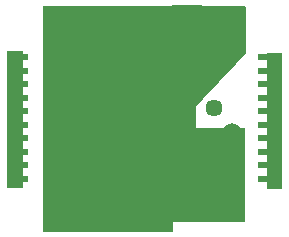
<source format=gbr>
%TF.GenerationSoftware,KiCad,Pcbnew,7.0.2*%
%TF.CreationDate,2023-10-04T16:53:15-06:00*%
%TF.ProjectId,igloo31,69676c6f-6f33-4312-9e6b-696361645f70,rev?*%
%TF.SameCoordinates,Original*%
%TF.FileFunction,Soldermask,Top*%
%TF.FilePolarity,Negative*%
%FSLAX46Y46*%
G04 Gerber Fmt 4.6, Leading zero omitted, Abs format (unit mm)*
G04 Created by KiCad (PCBNEW 7.0.2) date 2023-10-04 16:53:15*
%MOMM*%
%LPD*%
G01*
G04 APERTURE LIST*
%ADD10C,0.100000*%
%ADD11C,0.150000*%
%ADD12C,1.500000*%
%ADD13C,1.450000*%
%ADD14R,1.500000X0.600000*%
G04 APERTURE END LIST*
D10*
X-10300000Y-5850000D02*
X-11500000Y-5850000D01*
X-11500000Y5640000D01*
X-10300000Y5640000D01*
X-10300000Y-5850000D01*
G36*
X-10300000Y-5850000D02*
G01*
X-11500000Y-5850000D01*
X-11500000Y5640000D01*
X-10300000Y5640000D01*
X-10300000Y-5850000D01*
G37*
X11700000Y-5950000D02*
X10500000Y-5950000D01*
X10500000Y5540000D01*
X11700000Y5540000D01*
X11700000Y-5950000D01*
G36*
X11700000Y-5950000D02*
G01*
X10500000Y-5950000D01*
X10500000Y5540000D01*
X11700000Y5540000D01*
X11700000Y-5950000D01*
G37*
D11*
X7500000Y9400000D02*
X8600000Y9400000D01*
X8600000Y5500000D01*
X4400000Y1000000D01*
X4400000Y-1000000D01*
X3200000Y-1200000D01*
X2400000Y-1100000D01*
X2400000Y9449600D01*
X7500000Y9400000D01*
G36*
X7500000Y9400000D02*
G01*
X8600000Y9400000D01*
X8600000Y5500000D01*
X4400000Y1000000D01*
X4400000Y-1000000D01*
X3200000Y-1200000D01*
X2400000Y-1100000D01*
X2400000Y9449600D01*
X7500000Y9400000D01*
G37*
D10*
X2400000Y-9550400D02*
X-8490000Y-9550400D01*
X-8490000Y9449600D01*
X2400000Y9449600D01*
X2400000Y-9550400D01*
G36*
X2400000Y-9550400D02*
G01*
X-8490000Y-9550400D01*
X-8490000Y9449600D01*
X2400000Y9449600D01*
X2400000Y-9550400D01*
G37*
X8550400Y-8750000D02*
X-8449600Y-8750000D01*
X-8449600Y-860000D01*
X8550400Y-860000D01*
X8550400Y-8750000D01*
G36*
X8550400Y-8750000D02*
G01*
X-8449600Y-8750000D01*
X-8449600Y-860000D01*
X8550400Y-860000D01*
X8550400Y-8750000D01*
G37*
D12*
%TO.C,J1*%
X7475000Y-1150000D03*
X-7475000Y-1150000D03*
D13*
X6000000Y850000D03*
X-6000000Y850000D03*
%TD*%
D14*
%TO.C,U2*%
X10500000Y-5143500D03*
X10500000Y-4000500D03*
X10500000Y-2857500D03*
X10500000Y-1714500D03*
X10500000Y-571500D03*
X10500000Y571500D03*
X10500000Y1714500D03*
X10500000Y2857500D03*
X10500000Y4000500D03*
X10500000Y5143500D03*
%TD*%
%TO.C,U1*%
X-10500000Y-5143500D03*
X-10500000Y-4000500D03*
X-10500000Y-2857500D03*
X-10500000Y-1714500D03*
X-10500000Y-571500D03*
X-10500000Y571500D03*
X-10500000Y1714500D03*
X-10500000Y2857500D03*
X-10500000Y4000500D03*
X-10500000Y5143500D03*
%TD*%
M02*

</source>
